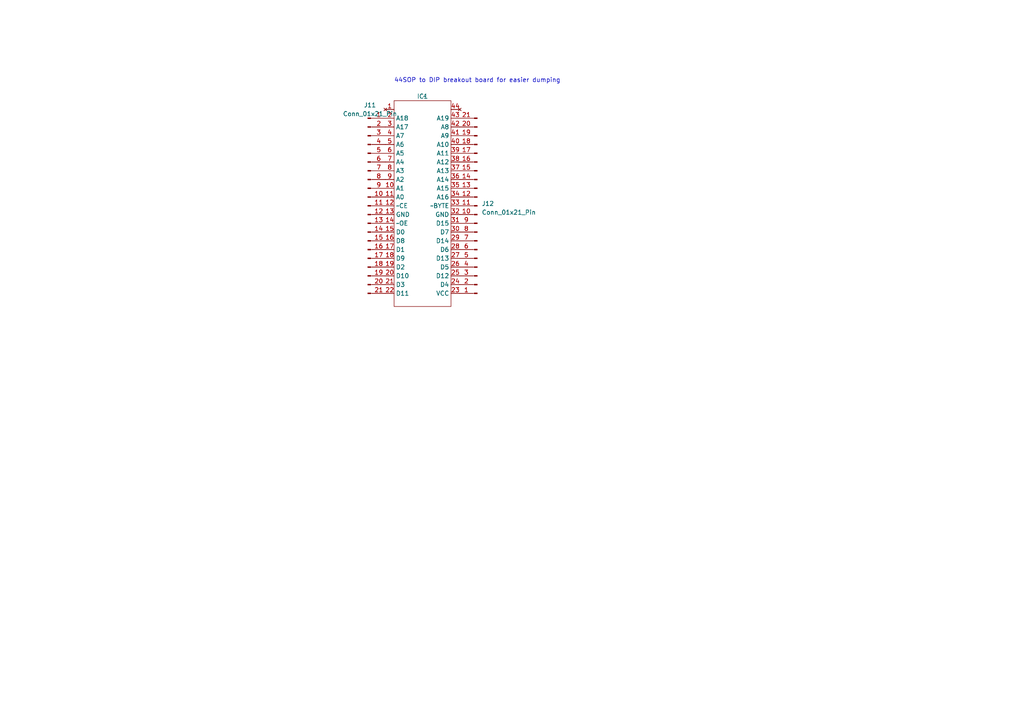
<source format=kicad_sch>
(kicad_sch (version 20230121) (generator eeschema)
  (paper "A4")
  (lib_symbols
    (symbol "Connector:Conn_01x21_Pin" (pin_names (offset 1.016) hide)
      (property "Reference" "J" (at 0 27.94 0))
      (property "Value" "Conn_01x21_Pin" (at 0 -27.94 0))
      (symbol "Conn_01x21_Pin_1_1"
        (polyline (pts (xy 1.27 -25.4) (xy 0.8636 -25.4)) (stroke (width 0.1524)))
        (polyline (pts (xy 1.27 -22.86) (xy 0.8636 -22.86)) (stroke (width 0.1524)))
        (polyline (pts (xy 1.27 -20.32) (xy 0.8636 -20.32)) (stroke (width 0.1524)))
        (polyline (pts (xy 1.27 -17.78) (xy 0.8636 -17.78)) (stroke (width 0.1524)))
        (polyline (pts (xy 1.27 -15.24) (xy 0.8636 -15.24)) (stroke (width 0.1524)))
        (polyline (pts (xy 1.27 -12.7) (xy 0.8636 -12.7)) (stroke (width 0.1524)))
        (polyline (pts (xy 1.27 -10.16) (xy 0.8636 -10.16)) (stroke (width 0.1524)))
        (polyline (pts (xy 1.27 -7.62) (xy 0.8636 -7.62)) (stroke (width 0.1524)))
        (polyline (pts (xy 1.27 -5.08) (xy 0.8636 -5.08)) (stroke (width 0.1524)))
        (polyline (pts (xy 1.27 -2.54) (xy 0.8636 -2.54)) (stroke (width 0.1524)))
        (polyline (pts (xy 1.27 0) (xy 0.8636 0)) (stroke (width 0.1524)))
        (polyline (pts (xy 1.27 2.54) (xy 0.8636 2.54)) (stroke (width 0.1524)))
        (polyline (pts (xy 1.27 5.08) (xy 0.8636 5.08)) (stroke (width 0.1524)))
        (polyline (pts (xy 1.27 7.62) (xy 0.8636 7.62)) (stroke (width 0.1524)))
        (polyline (pts (xy 1.27 10.16) (xy 0.8636 10.16)) (stroke (width 0.1524)))
        (polyline (pts (xy 1.27 12.7) (xy 0.8636 12.7)) (stroke (width 0.1524)))
        (polyline (pts (xy 1.27 15.24) (xy 0.8636 15.24)) (stroke (width 0.1524)))
        (polyline (pts (xy 1.27 17.78) (xy 0.8636 17.78)) (stroke (width 0.1524)))
        (polyline (pts (xy 1.27 20.32) (xy 0.8636 20.32)) (stroke (width 0.1524)))
        (polyline (pts (xy 1.27 22.86) (xy 0.8636 22.86)) (stroke (width 0.1524)))
        (polyline (pts (xy 1.27 25.4) (xy 0.8636 25.4)) (stroke (width 0.1524)))
        (rectangle (start 0.8636 -25.273) (end 0 -25.527) (stroke (width 0.1524)) (fill (type outline)))
        (rectangle (start 0.8636 -22.733) (end 0 -22.987) (stroke (width 0.1524)) (fill (type outline)))
        (rectangle (start 0.8636 -20.193) (end 0 -20.447) (stroke (width 0.1524)) (fill (type outline)))
        (rectangle (start 0.8636 -17.653) (end 0 -17.907) (stroke (width 0.1524)) (fill (type outline)))
        (rectangle (start 0.8636 -15.113) (end 0 -15.367) (stroke (width 0.1524)) (fill (type outline)))
        (rectangle (start 0.8636 -12.573) (end 0 -12.827) (stroke (width 0.1524)) (fill (type outline)))
        (rectangle (start 0.8636 -10.033) (end 0 -10.287) (stroke (width 0.1524)) (fill (type outline)))
        (rectangle (start 0.8636 -7.493) (end 0 -7.747) (stroke (width 0.1524)) (fill (type outline)))
        (rectangle (start 0.8636 -4.953) (end 0 -5.207) (stroke (width 0.1524)) (fill (type outline)))
        (rectangle (start 0.8636 -2.413) (end 0 -2.667) (stroke (width 0.1524)) (fill (type outline)))
        (rectangle (start 0.8636 0.127) (end 0 -0.127) (stroke (width 0.1524)) (fill (type outline)))
        (rectangle (start 0.8636 2.667) (end 0 2.413) (stroke (width 0.1524)) (fill (type outline)))
        (rectangle (start 0.8636 5.207) (end 0 4.953) (stroke (width 0.1524)) (fill (type outline)))
        (rectangle (start 0.8636 7.747) (end 0 7.493) (stroke (width 0.1524)) (fill (type outline)))
        (rectangle (start 0.8636 10.287) (end 0 10.033) (stroke (width 0.1524)) (fill (type outline)))
        (rectangle (start 0.8636 12.827) (end 0 12.573) (stroke (width 0.1524)) (fill (type outline)))
        (rectangle (start 0.8636 15.367) (end 0 15.113) (stroke (width 0.1524)) (fill (type outline)))
        (rectangle (start 0.8636 17.907) (end 0 17.653) (stroke (width 0.1524)) (fill (type outline)))
        (rectangle (start 0.8636 20.447) (end 0 20.193) (stroke (width 0.1524)) (fill (type outline)))
        (rectangle (start 0.8636 22.987) (end 0 22.733) (stroke (width 0.1524)) (fill (type outline)))
        (rectangle (start 0.8636 25.527) (end 0 25.273) (stroke (width 0.1524)) (fill (type outline)))
        (pin passive line (at 5.08 25.4 180) (length 3.81) (name "Pin_1") (number "1"))
        (pin passive line (at 5.08 2.54 180) (length 3.81) (name "Pin_10") (number "10"))
        (pin passive line (at 5.08 0 180) (length 3.81) (name "Pin_11") (number "11"))
        (pin passive line (at 5.08 -2.54 180) (length 3.81) (name "Pin_12") (number "12"))
        (pin passive line (at 5.08 -5.08 180) (length 3.81) (name "Pin_13") (number "13"))
        (pin passive line (at 5.08 -7.62 180) (length 3.81) (name "Pin_14") (number "14"))
        (pin passive line (at 5.08 -10.16 180) (length 3.81) (name "Pin_15") (number "15"))
        (pin passive line (at 5.08 -12.7 180) (length 3.81) (name "Pin_16") (number "16"))
        (pin passive line (at 5.08 -15.24 180) (length 3.81) (name "Pin_17") (number "17"))
        (pin passive line (at 5.08 -17.78 180) (length 3.81) (name "Pin_18") (number "18"))
        (pin passive line (at 5.08 -20.32 180) (length 3.81) (name "Pin_19") (number "19"))
        (pin passive line (at 5.08 22.86 180) (length 3.81) (name "Pin_2") (number "2"))
        (pin passive line (at 5.08 -22.86 180) (length 3.81) (name "Pin_20") (number "20"))
        (pin passive line (at 5.08 -25.4 180) (length 3.81) (name "Pin_21") (number "21"))
        (pin passive line (at 5.08 20.32 180) (length 3.81) (name "Pin_3") (number "3"))
        (pin passive line (at 5.08 17.78 180) (length 3.81) (name "Pin_4") (number "4"))
        (pin passive line (at 5.08 15.24 180) (length 3.81) (name "Pin_5") (number "5"))
        (pin passive line (at 5.08 12.7 180) (length 3.81) (name "Pin_6") (number "6"))
        (pin passive line (at 5.08 10.16 180) (length 3.81) (name "Pin_7") (number "7"))
        (pin passive line (at 5.08 7.62 180) (length 3.81) (name "Pin_8") (number "8"))
        (pin passive line (at 5.08 5.08 180) (length 3.81) (name "Pin_9") (number "9"))
      )
    )
    (symbol "LOOPY_Cart:UPD23C16000"
      (property "Reference" "U" (at 0 0 0))
      (symbol "UPD23C16000_0_1"
        (rectangle (start -8.89 -1.27) (end 7.62 -60.96))
      )
      (symbol "UPD23C16000_1_1"
        (pin no_connect line (at -11.43 -3.81 0) (length 2.54) (name "") (number "1"))
        (pin input line (at -11.43 -26.67 0) (length 2.54) (name "A1") (number "10"))
        (pin input line (at -11.43 -29.21 0) (length 2.54) (name "A0") (number "11"))
        (pin input line (at -11.43 -31.75 0) (length 2.54) (name "~CE") (number "12"))
        (pin power_in line (at -11.43 -34.29 0) (length 2.54) (name "GND") (number "13"))
        (pin input line (at -11.43 -36.83 0) (length 2.54) (name "~OE") (number "14"))
        (pin output line (at -11.43 -39.37 0) (length 2.54) (name "D0") (number "15"))
        (pin output line (at -11.43 -41.91 0) (length 2.54) (name "D8") (number "16"))
        (pin output line (at -11.43 -44.45 0) (length 2.54) (name "D1") (number "17"))
        (pin output line (at -11.43 -46.99 0) (length 2.54) (name "D9") (number "18"))
        (pin output line (at -11.43 -49.53 0) (length 2.54) (name "D2") (number "19"))
        (pin input line (at -11.43 -6.35 0) (length 2.54) (name "A18") (number "2"))
        (pin output line (at -11.43 -52.07 0) (length 2.54) (name "D10") (number "20"))
        (pin output line (at -11.43 -54.61 0) (length 2.54) (name "D3") (number "21"))
        (pin output line (at -11.43 -57.15 0) (length 2.54) (name "D11") (number "22"))
        (pin power_in line (at 10.16 -57.15 180) (length 2.54) (name "VCC") (number "23"))
        (pin output line (at 10.16 -54.61 180) (length 2.54) (name "D4") (number "24"))
        (pin output line (at 10.16 -52.07 180) (length 2.54) (name "D12") (number "25"))
        (pin output line (at 10.16 -49.53 180) (length 2.54) (name "D5") (number "26"))
        (pin output line (at 10.16 -46.99 180) (length 2.54) (name "D13") (number "27"))
        (pin output line (at 10.16 -44.45 180) (length 2.54) (name "D6") (number "28"))
        (pin output line (at 10.16 -41.91 180) (length 2.54) (name "D14") (number "29"))
        (pin input line (at -11.43 -8.89 0) (length 2.54) (name "A17") (number "3"))
        (pin output line (at 10.16 -39.37 180) (length 2.54) (name "D7") (number "30"))
        (pin output line (at 10.16 -36.83 180) (length 2.54) (name "D15") (number "31"))
        (pin power_in line (at 10.16 -34.29 180) (length 2.54) (name "GND") (number "32"))
        (pin input line (at 10.16 -31.75 180) (length 2.54) (name "~BYTE") (number "33"))
        (pin input line (at 10.16 -29.21 180) (length 2.54) (name "A16") (number "34"))
        (pin input line (at 10.16 -26.67 180) (length 2.54) (name "A15") (number "35"))
        (pin input line (at 10.16 -24.13 180) (length 2.54) (name "A14") (number "36"))
        (pin input line (at 10.16 -21.59 180) (length 2.54) (name "A13") (number "37"))
        (pin input line (at 10.16 -19.05 180) (length 2.54) (name "A12") (number "38"))
        (pin input line (at 10.16 -16.51 180) (length 2.54) (name "A11") (number "39"))
        (pin input line (at -11.43 -11.43 0) (length 2.54) (name "A7") (number "4"))
        (pin input line (at 10.16 -13.97 180) (length 2.54) (name "A10") (number "40"))
        (pin input line (at 10.16 -11.43 180) (length 2.54) (name "A9") (number "41"))
        (pin input line (at 10.16 -8.89 180) (length 2.54) (name "A8") (number "42"))
        (pin input line (at 10.16 -6.35 180) (length 2.54) (name "A19") (number "43"))
        (pin no_connect line (at 10.16 -3.81 180) (length 2.54) (name "") (number "44"))
        (pin input line (at -11.43 -13.97 0) (length 2.54) (name "A6") (number "5"))
        (pin input line (at -11.43 -16.51 0) (length 2.54) (name "A5") (number "6"))
        (pin input line (at -11.43 -19.05 0) (length 2.54) (name "A4") (number "7"))
        (pin input line (at -11.43 -21.59 0) (length 2.54) (name "A3") (number "8"))
        (pin input line (at -11.43 -24.13 0) (length 2.54) (name "A2") (number "9"))
      )
    )
  )
  (text "44SOP to DIP breakout board for easier dumping" (at 114.3 24.13 0) (effects (font (size 1.27 1.27)) (justify left bottom)))
  (symbol (lib_id "Connector:Conn_01x21_Pin") (at 138.43 59.69 180) (unit 1)
    (property "Reference" "J12" (at 139.7 59.055 0) (effects (justify right)))
    (property "Value" "Conn_01x21_Pin" (at 139.7 61.595 0) (effects (justify right)))
    (property "Footprint" "Connector_PinHeader_2.54mm:PinHeader_1x21_P2.54mm_Vertical" (effects hide))
  )
  (symbol (lib_id "LOOPY_Cart:UPD23C16000") (at 123.19 27.94 0) (unit 1)
    (property "Reference" "IC1" (at 122.555 27.94 0))
    (property "Value" "~" (at 123.19 27.94 0))
    (property "Footprint" "LOOPY_Cart:LOOPY-SOIC-44" (effects hide))
    (instances (project "reverse-singlerom" (path "" (reference "IC1") (unit 1)) (path "" (reference "IC11") (unit 1))))
  )
  (symbol (lib_id "Connector:Conn_01x21_Pin") (at 106.68 59.69 0) (unit 1)
    (property "Reference" "J11" (at 107.315 30.48 0))
    (property "Value" "Conn_01x21_Pin" (at 107.315 33.02 0))
    (property "Footprint" "Connector_PinHeader_2.54mm:PinHeader_1x21_P2.54mm_Vertical" (effects hide))
  )
)
</source>
